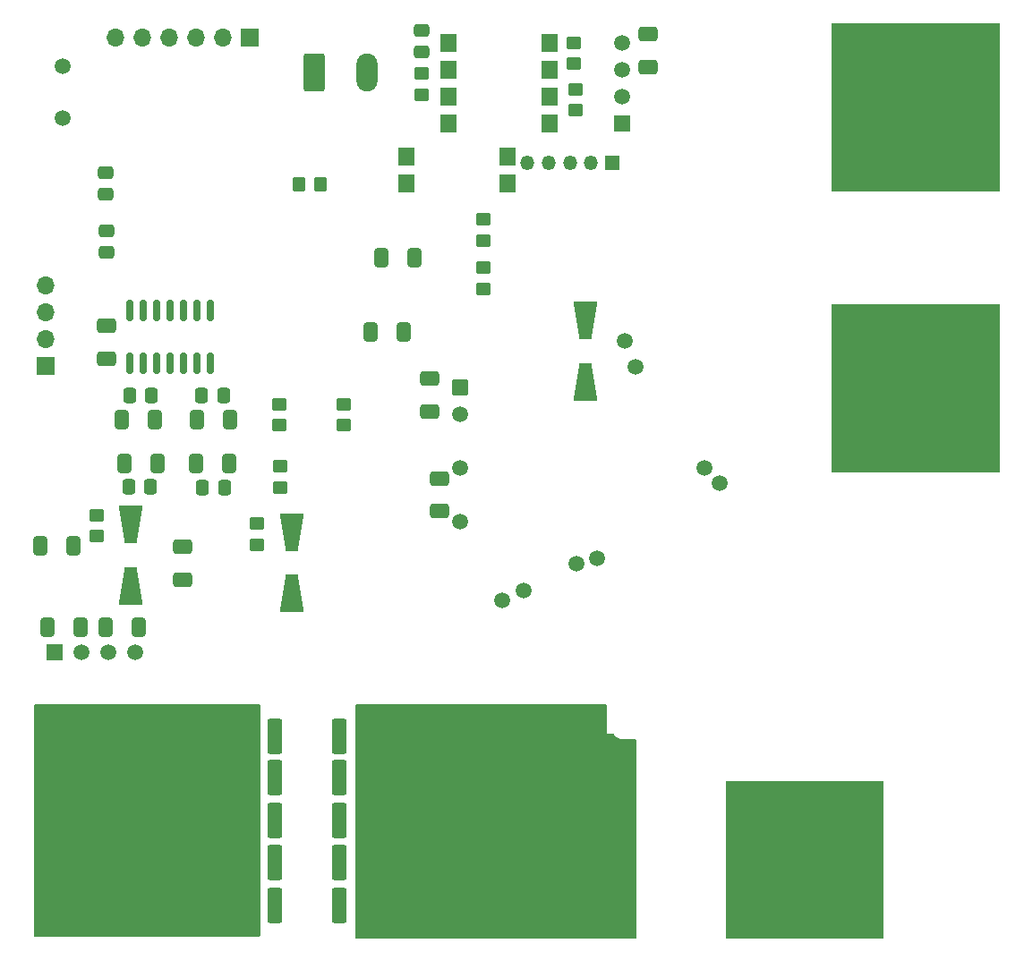
<source format=gbr>
%TF.GenerationSoftware,KiCad,Pcbnew,7.0.9*%
%TF.CreationDate,2024-06-20T22:38:46+05:30*%
%TF.ProjectId,BMS_Master,424d535f-4d61-4737-9465-722e6b696361,rev?*%
%TF.SameCoordinates,Original*%
%TF.FileFunction,Soldermask,Bot*%
%TF.FilePolarity,Negative*%
%FSLAX46Y46*%
G04 Gerber Fmt 4.6, Leading zero omitted, Abs format (unit mm)*
G04 Created by KiCad (PCBNEW 7.0.9) date 2024-06-20 22:38:46*
%MOMM*%
%LPD*%
G01*
G04 APERTURE LIST*
G04 Aperture macros list*
%AMRoundRect*
0 Rectangle with rounded corners*
0 $1 Rounding radius*
0 $2 $3 $4 $5 $6 $7 $8 $9 X,Y pos of 4 corners*
0 Add a 4 corners polygon primitive as box body*
4,1,4,$2,$3,$4,$5,$6,$7,$8,$9,$2,$3,0*
0 Add four circle primitives for the rounded corners*
1,1,$1+$1,$2,$3*
1,1,$1+$1,$4,$5*
1,1,$1+$1,$6,$7*
1,1,$1+$1,$8,$9*
0 Add four rect primitives between the rounded corners*
20,1,$1+$1,$2,$3,$4,$5,0*
20,1,$1+$1,$4,$5,$6,$7,0*
20,1,$1+$1,$6,$7,$8,$9,0*
20,1,$1+$1,$8,$9,$2,$3,0*%
%AMOutline4P*
0 Free polygon, 4 corners , with rotation*
0 The origin of the aperture is its center*
0 number of corners: always 4*
0 $1 to $8 corner X, Y*
0 $9 Rotation angle, in degrees counterclockwise*
0 create outline with 4 corners*
4,1,4,$1,$2,$3,$4,$5,$6,$7,$8,$1,$2,$9*%
G04 Aperture macros list end*
%ADD10R,1.498600X1.498600*%
%ADD11C,1.498600*%
%ADD12RoundRect,0.250000X0.412500X0.650000X-0.412500X0.650000X-0.412500X-0.650000X0.412500X-0.650000X0*%
%ADD13RoundRect,0.250000X-0.412500X-0.650000X0.412500X-0.650000X0.412500X0.650000X-0.412500X0.650000X0*%
%ADD14RoundRect,0.250000X-0.750000X-1.550000X0.750000X-1.550000X0.750000X1.550000X-0.750000X1.550000X0*%
%ADD15O,2.000000X3.600000*%
%ADD16R,1.700000X1.700000*%
%ADD17O,1.700000X1.700000*%
%ADD18C,16.800000*%
%ADD19C,1.500000*%
%ADD20R,15.000000X15.000000*%
%ADD21C,1.512000*%
%ADD22RoundRect,0.102000X-0.654000X0.654000X-0.654000X-0.654000X0.654000X-0.654000X0.654000X0.654000X0*%
%ADD23R,1.350000X1.350000*%
%ADD24O,1.350000X1.350000*%
%ADD25R,16.000000X16.000000*%
%ADD26RoundRect,0.250000X-0.650000X0.412500X-0.650000X-0.412500X0.650000X-0.412500X0.650000X0.412500X0*%
%ADD27R,1.500000X1.780000*%
%ADD28RoundRect,0.249999X-0.450001X-1.425001X0.450001X-1.425001X0.450001X1.425001X-0.450001X1.425001X0*%
%ADD29RoundRect,0.250000X0.450000X-0.350000X0.450000X0.350000X-0.450000X0.350000X-0.450000X-0.350000X0*%
%ADD30RoundRect,0.250000X-0.450000X0.350000X-0.450000X-0.350000X0.450000X-0.350000X0.450000X0.350000X0*%
%ADD31RoundRect,0.250000X-0.475000X0.337500X-0.475000X-0.337500X0.475000X-0.337500X0.475000X0.337500X0*%
%ADD32RoundRect,0.150000X-0.150000X0.825000X-0.150000X-0.825000X0.150000X-0.825000X0.150000X0.825000X0*%
%ADD33R,1.520000X1.780000*%
%ADD34R,1.520000X1.750000*%
%ADD35Outline4P,-1.800000X-1.150000X1.800000X-0.550000X1.800000X0.550000X-1.800000X1.150000X270.000000*%
%ADD36Outline4P,-1.800000X-1.150000X1.800000X-0.550000X1.800000X0.550000X-1.800000X1.150000X90.000000*%
%ADD37RoundRect,0.250000X0.350000X0.450000X-0.350000X0.450000X-0.350000X-0.450000X0.350000X-0.450000X0*%
%ADD38RoundRect,0.250000X0.475000X-0.337500X0.475000X0.337500X-0.475000X0.337500X-0.475000X-0.337500X0*%
%ADD39RoundRect,0.250000X0.650000X-0.412500X0.650000X0.412500X-0.650000X0.412500X-0.650000X-0.412500X0*%
%ADD40RoundRect,0.250000X0.337500X0.475000X-0.337500X0.475000X-0.337500X-0.475000X0.337500X-0.475000X0*%
G04 APERTURE END LIST*
D10*
%TO.C,U17*%
X190580000Y-117838200D03*
D11*
X193120000Y-117838200D03*
X195660000Y-117838200D03*
X198200000Y-117838200D03*
%TD*%
D10*
%TO.C,U15*%
X244208200Y-67810000D03*
D11*
X244208200Y-65270000D03*
X244208200Y-62730000D03*
X244208200Y-60190000D03*
%TD*%
D12*
%TO.C,C37*%
X198500000Y-115500000D03*
X195375000Y-115500000D03*
%TD*%
D13*
%TO.C,C36*%
X189875000Y-115500000D03*
X193000000Y-115500000D03*
%TD*%
D14*
%TO.C,J1*%
X215100000Y-63000000D03*
D15*
X220100000Y-63000000D03*
%TD*%
D16*
%TO.C,J2*%
X189700000Y-90820000D03*
D17*
X189700000Y-88280000D03*
X189700000Y-85740000D03*
X189700000Y-83200000D03*
%TD*%
D18*
%TO.C,H1*%
X200000000Y-134000000D03*
%TD*%
D19*
%TO.C,K1*%
X239900000Y-109500000D03*
X241900000Y-109000000D03*
X232900000Y-113000000D03*
X234900000Y-112000000D03*
D20*
X234900000Y-137500000D03*
X261500000Y-137500000D03*
%TD*%
D21*
%TO.C,IC1*%
X228910000Y-95380000D03*
X228910000Y-100460000D03*
D22*
X228910000Y-92840000D03*
D21*
X228910000Y-105540000D03*
%TD*%
D19*
%TO.C,Y1*%
X191300000Y-62450000D03*
X191300000Y-67330000D03*
%TD*%
D23*
%TO.C,J4*%
X243300000Y-71600000D03*
D24*
X241300000Y-71600000D03*
X239300000Y-71600000D03*
X237300000Y-71600000D03*
X235300000Y-71600000D03*
%TD*%
D19*
%TO.C,K2*%
X245500000Y-90900000D03*
X244500000Y-88400000D03*
X253500000Y-101900000D03*
X252000000Y-100400000D03*
D25*
X272000000Y-92900000D03*
X272000000Y-66300000D03*
%TD*%
D16*
%TO.C,J3*%
X208980000Y-59700000D03*
D17*
X206440000Y-59700000D03*
X203900000Y-59700000D03*
X201360000Y-59700000D03*
X198820000Y-59700000D03*
X196280000Y-59700000D03*
%TD*%
D26*
%TO.C,C20*%
X195500000Y-86937500D03*
X195500000Y-90062500D03*
%TD*%
D27*
%TO.C,U16*%
X223835000Y-73470000D03*
X223835000Y-70930000D03*
X233365000Y-70930000D03*
X233365000Y-73470000D03*
%TD*%
D28*
%TO.C,R3*%
X211350000Y-133800000D03*
X217450000Y-133800000D03*
%TD*%
D13*
%TO.C,C16*%
X196937500Y-95900000D03*
X200062500Y-95900000D03*
%TD*%
D28*
%TO.C,R4*%
X211350000Y-129740000D03*
X217450000Y-129740000D03*
%TD*%
D29*
%TO.C,R28*%
X217900000Y-96400000D03*
X217900000Y-94400000D03*
%TD*%
D28*
%TO.C,R1*%
X211350000Y-141800000D03*
X217450000Y-141800000D03*
%TD*%
D13*
%TO.C,C12*%
X197137500Y-100000000D03*
X200262500Y-100000000D03*
%TD*%
D29*
%TO.C,R34*%
X225300000Y-65100000D03*
X225300000Y-63100000D03*
%TD*%
D30*
%TO.C,R25*%
X194500000Y-104900000D03*
X194500000Y-106900000D03*
%TD*%
D29*
%TO.C,R35*%
X239800000Y-66600000D03*
X239800000Y-64600000D03*
%TD*%
D28*
%TO.C,R2*%
X211350000Y-137800000D03*
X217450000Y-137800000D03*
%TD*%
D31*
%TO.C,C25*%
X195500000Y-77962500D03*
X195500000Y-80037500D03*
%TD*%
D32*
%TO.C,U11*%
X197650000Y-85550000D03*
X198920000Y-85550000D03*
X200190000Y-85550000D03*
X201460000Y-85550000D03*
X202730000Y-85550000D03*
X204000000Y-85550000D03*
X205270000Y-85550000D03*
X205270000Y-90500000D03*
X204000000Y-90500000D03*
X202730000Y-90500000D03*
X201460000Y-90500000D03*
X200190000Y-90500000D03*
X198920000Y-90500000D03*
X197650000Y-90500000D03*
%TD*%
D33*
%TO.C,U14*%
X237360000Y-60190000D03*
D34*
X237360000Y-62730000D03*
D33*
X237360000Y-65270000D03*
X237360000Y-67810000D03*
X227840000Y-67810000D03*
X227840000Y-65270000D03*
X227840000Y-62730000D03*
X227840000Y-60190000D03*
%TD*%
D35*
%TO.C,D2*%
X197740000Y-105802500D03*
D36*
X197740000Y-111602500D03*
%TD*%
D37*
%TO.C,R37*%
X215700000Y-73600000D03*
X213700000Y-73600000D03*
%TD*%
D26*
%TO.C,C1*%
X226000000Y-91977500D03*
X226000000Y-95102500D03*
%TD*%
D30*
%TO.C,R26*%
X209700000Y-105700000D03*
X209700000Y-107700000D03*
%TD*%
D38*
%TO.C,C33*%
X225300000Y-61100000D03*
X225300000Y-59025000D03*
%TD*%
D13*
%TO.C,C3*%
X220437500Y-87540000D03*
X223562500Y-87540000D03*
%TD*%
D39*
%TO.C,C2*%
X227000000Y-104540000D03*
X227000000Y-101415000D03*
%TD*%
D26*
%TO.C,C11*%
X202700000Y-107875000D03*
X202700000Y-111000000D03*
%TD*%
D30*
%TO.C,R30*%
X231100000Y-76900000D03*
X231100000Y-78900000D03*
%TD*%
D40*
%TO.C,C13*%
X199637500Y-102200000D03*
X197562500Y-102200000D03*
%TD*%
D12*
%TO.C,C7*%
X192292500Y-107780000D03*
X189167500Y-107780000D03*
%TD*%
D29*
%TO.C,R27*%
X211800000Y-96400000D03*
X211800000Y-94400000D03*
%TD*%
D30*
%TO.C,R31*%
X231100000Y-81500000D03*
X231100000Y-83500000D03*
%TD*%
D40*
%TO.C,C19*%
X199737500Y-93600000D03*
X197662500Y-93600000D03*
%TD*%
%TO.C,C18*%
X206537500Y-93600000D03*
X204462500Y-93600000D03*
%TD*%
D13*
%TO.C,C17*%
X204037500Y-95900000D03*
X207162500Y-95900000D03*
%TD*%
D40*
%TO.C,C10*%
X206637500Y-102300000D03*
X204562500Y-102300000D03*
%TD*%
D38*
%TO.C,C28*%
X195400000Y-74537500D03*
X195400000Y-72462500D03*
%TD*%
D13*
%TO.C,C9*%
X203937500Y-100000000D03*
X207062500Y-100000000D03*
%TD*%
D29*
%TO.C,R32*%
X239700000Y-62200000D03*
X239700000Y-60200000D03*
%TD*%
%TO.C,R20*%
X211900000Y-102300000D03*
X211900000Y-100300000D03*
%TD*%
D35*
%TO.C,D3*%
X240800000Y-86500000D03*
D36*
X240800000Y-92300000D03*
%TD*%
D35*
%TO.C,D1*%
X213000000Y-106500000D03*
D36*
X213000000Y-112300000D03*
%TD*%
D13*
%TO.C,C4*%
X221437500Y-80540000D03*
X224562500Y-80540000D03*
%TD*%
D28*
%TO.C,R5*%
X211350000Y-125800000D03*
X217450000Y-125800000D03*
%TD*%
D26*
%TO.C,C35*%
X246700000Y-59337500D03*
X246700000Y-62462500D03*
%TD*%
G36*
X209943039Y-122819685D02*
G01*
X209988794Y-122872489D01*
X210000000Y-122924000D01*
X210000000Y-144676000D01*
X209980315Y-144743039D01*
X209927511Y-144788794D01*
X209876000Y-144800000D01*
X188724000Y-144800000D01*
X188656961Y-144780315D01*
X188611206Y-144727511D01*
X188600000Y-144676000D01*
X188600000Y-122924000D01*
X188619685Y-122856961D01*
X188672489Y-122811206D01*
X188724000Y-122800000D01*
X209876000Y-122800000D01*
X209943039Y-122819685D01*
G37*
G36*
X242743039Y-122819685D02*
G01*
X242788794Y-122872489D01*
X242800000Y-122924000D01*
X242800000Y-125600000D01*
X243365120Y-125600000D01*
X243432159Y-125619685D01*
X243464245Y-125651205D01*
X243464665Y-125650861D01*
X243467865Y-125654760D01*
X243468225Y-125655114D01*
X243468530Y-125655570D01*
X243592892Y-125807107D01*
X243744428Y-125931468D01*
X243744435Y-125931473D01*
X243917309Y-126023876D01*
X243917312Y-126023877D01*
X244104913Y-126080785D01*
X244104909Y-126080785D01*
X244300003Y-126100000D01*
X245476000Y-126100000D01*
X245543039Y-126119685D01*
X245588794Y-126172489D01*
X245600000Y-126224000D01*
X245600000Y-144876000D01*
X245580315Y-144943039D01*
X245527511Y-144988794D01*
X245476000Y-145000000D01*
X219124000Y-145000000D01*
X219056961Y-144980315D01*
X219011206Y-144927511D01*
X219000000Y-144876000D01*
X219000000Y-122924000D01*
X219019685Y-122856961D01*
X219072489Y-122811206D01*
X219124000Y-122800000D01*
X242676000Y-122800000D01*
X242743039Y-122819685D01*
G37*
M02*

</source>
